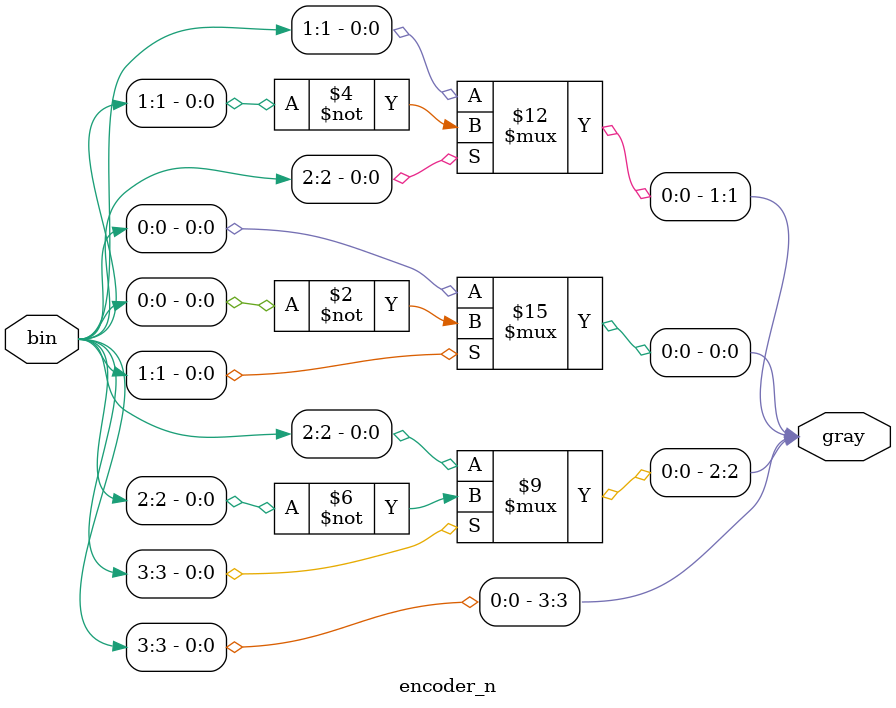
<source format=sv>
`timescale 1ns / 1ps
module encoder_n(
	bin,
	gray
);

input [3:0] bin;

output reg [3:0]gray;

parameter  N = 4;


genvar i;

generate 
	for(i = 0; i< N; i = i+1) begin 
		if(i < N-1) begin 
			always_comb begin 
				if(bin[i+1]) gray[i] = ~bin[i];
				else gray[i] = bin[i];
			end
		end else begin 
			always_comb begin 
				gray[i] = bin[i];
			end
		end 
	end
endgenerate 

endmodule
</source>
